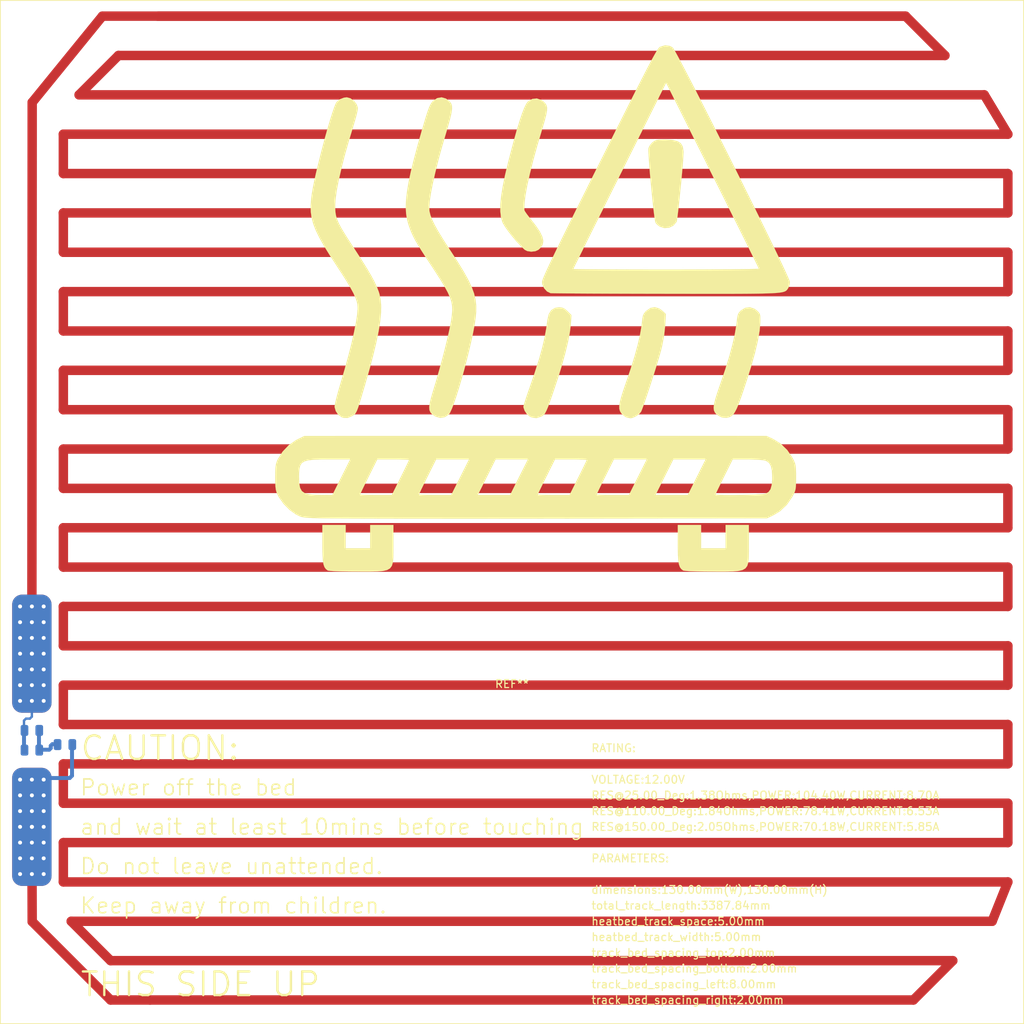
<source format=kicad_pcb>
(kicad_pcb (version 20171130) (host pcbnew 5.1.5-52549c5~86~ubuntu18.04.1)

  (general
    (thickness 1.6)
    (drawings 0)
    (tracks 0)
    (zones 0)
    (modules 2)
    (nets 1)
  )

  (page A4)
  (layers
    (0 F.Cu signal)
    (31 B.Cu signal)
    (32 B.Adhes user)
    (33 F.Adhes user)
    (34 B.Paste user)
    (35 F.Paste user)
    (36 B.SilkS user)
    (37 F.SilkS user)
    (38 B.Mask user)
    (39 F.Mask user)
    (40 Dwgs.User user)
    (41 Cmts.User user)
    (42 Eco1.User user)
    (43 Eco2.User user)
    (44 Edge.Cuts user)
    (45 Margin user)
    (46 B.CrtYd user)
    (47 F.CrtYd user)
    (48 B.Fab user)
    (49 F.Fab user)
  )

  (setup
    (last_trace_width 0.25)
    (trace_clearance 0.2)
    (zone_clearance 0.508)
    (zone_45_only no)
    (trace_min 0.2)
    (via_size 0.8)
    (via_drill 0.4)
    (via_min_size 0.4)
    (via_min_drill 0.3)
    (uvia_size 0.3)
    (uvia_drill 0.1)
    (uvias_allowed no)
    (uvia_min_size 0.2)
    (uvia_min_drill 0.1)
    (edge_width 0.05)
    (segment_width 0.2)
    (pcb_text_width 0.3)
    (pcb_text_size 1.5 1.5)
    (mod_edge_width 0.12)
    (mod_text_size 1 1)
    (mod_text_width 0.15)
    (pad_size 1.524 1.524)
    (pad_drill 0.762)
    (pad_to_mask_clearance 0.051)
    (solder_mask_min_width 0.25)
    (aux_axis_origin 0 0)
    (visible_elements FFFFFF7F)
    (pcbplotparams
      (layerselection 0x010fc_ffffffff)
      (usegerberextensions false)
      (usegerberattributes false)
      (usegerberadvancedattributes false)
      (creategerberjobfile false)
      (excludeedgelayer true)
      (linewidth 1.000000)
      (plotframeref false)
      (viasonmask false)
      (mode 1)
      (useauxorigin false)
      (hpglpennumber 1)
      (hpglpenspeed 20)
      (hpglpendiameter 15.000000)
      (psnegative false)
      (psa4output false)
      (plotreference true)
      (plotvalue true)
      (plotinvisibletext false)
      (padsonsilk false)
      (subtractmaskfromsilk false)
      (outputformat 1)
      (mirror false)
      (drillshape 1)
      (scaleselection 1)
      (outputdirectory ""))
  )

  (net 0 "")

  (net_class Default "This is the default net class."
    (clearance 0.2)
    (trace_width 0.25)
    (via_dia 0.8)
    (via_drill 0.4)
    (uvia_dia 0.3)
    (uvia_drill 0.1)
  )

  (module heatbed:hot_surcace_icon (layer F.Cu) (tedit 0) (tstamp 5EB9B294)
    (at 91 57)
    (fp_text reference G*** (at 0 0) (layer F.SilkS) hide
      (effects (font (size 1.524 1.524) (thickness 0.3)))
    )
    (fp_text value LOGO (at 0.75 0) (layer F.SilkS) hide
      (effects (font (size 1.524 1.524) (thickness 0.3)))
    )
    (fp_poly (pts (xy 17.349453 -20.275019) (xy 18.000545 -20.127049) (xy 18.439077 -19.856551) (xy 18.693567 -19.443984)
      (xy 18.792539 -18.869809) (xy 18.796285 -18.71753) (xy 18.783513 -18.345453) (xy 18.745809 -17.765769)
      (xy 18.687418 -17.021082) (xy 18.612589 -16.153998) (xy 18.525568 -15.207121) (xy 18.430601 -14.223057)
      (xy 18.331935 -13.24441) (xy 18.233818 -12.313785) (xy 18.140496 -11.473788) (xy 18.056215 -10.767022)
      (xy 17.985223 -10.236093) (xy 17.931765 -9.923607) (xy 17.913794 -9.864106) (xy 17.513229 -9.388892)
      (xy 16.970224 -9.116066) (xy 16.358685 -9.066789) (xy 15.772714 -9.251075) (xy 15.438269 -9.501398)
      (xy 15.227729 -9.759596) (xy 15.173113 -9.976945) (xy 15.101466 -10.43357) (xy 15.016771 -11.087308)
      (xy 14.923012 -11.895997) (xy 14.824175 -12.817474) (xy 14.724244 -13.809576) (xy 14.627202 -14.830141)
      (xy 14.537033 -15.837006) (xy 14.457723 -16.788008) (xy 14.393256 -17.640985) (xy 14.347615 -18.353774)
      (xy 14.324785 -18.884213) (xy 14.328751 -19.190138) (xy 14.333499 -19.222574) (xy 14.494863 -19.568657)
      (xy 14.785935 -19.917383) (xy 14.837868 -19.963408) (xy 15.077561 -20.140815) (xy 15.330049 -20.247557)
      (xy 15.674694 -20.30111) (xy 16.190858 -20.318949) (xy 16.457279 -20.32) (xy 17.349453 -20.275019)) (layer F.SilkS) (width 0.01))
    (fp_poly (pts (xy 0.731761 -25.350177) (xy 0.966577 -25.184519) (xy 1.21552 -24.947564) (xy 1.379862 -24.698242)
      (xy 1.458331 -24.394743) (xy 1.449655 -23.995256) (xy 1.35256 -23.45797) (xy 1.165774 -22.741076)
      (xy 0.888024 -21.802763) (xy 0.860936 -21.713932) (xy 0.240395 -19.621945) (xy -0.286659 -17.718465)
      (xy -0.717658 -16.015154) (xy -1.050033 -14.523674) (xy -1.281215 -13.255686) (xy -1.408635 -12.222853)
      (xy -1.429724 -11.436837) (xy -1.42365 -11.34211) (xy -1.333339 -11.165818) (xy -1.104163 -10.836282)
      (xy -0.779993 -10.415334) (xy -0.668236 -10.277368) (xy 0.049953 -9.357376) (xy 0.559056 -8.593028)
      (xy 0.865919 -7.958245) (xy 0.977391 -7.426952) (xy 0.900319 -6.973072) (xy 0.641552 -6.570529)
      (xy 0.37154 -6.31786) (xy -0.041307 -6.129909) (xy -0.566375 -6.074869) (xy -1.075384 -6.152968)
      (xy -1.388701 -6.314722) (xy -1.862685 -6.760435) (xy -2.394698 -7.330182) (xy -2.937416 -7.965228)
      (xy -3.443511 -8.60684) (xy -3.865658 -9.196287) (xy -4.156531 -9.674833) (xy -4.235585 -9.847794)
      (xy -4.407468 -10.471778) (xy -4.490931 -11.211714) (xy -4.483431 -12.09046) (xy -4.382422 -13.130877)
      (xy -4.185358 -14.355823) (xy -3.889695 -15.788157) (xy -3.492887 -17.45074) (xy -3.30879 -18.171804)
      (xy -2.845417 -19.921057) (xy -2.431252 -21.402976) (xy -2.062974 -22.627519) (xy -1.737261 -23.604643)
      (xy -1.450794 -24.344305) (xy -1.200249 -24.856462) (xy -0.982306 -25.151071) (xy -0.980169 -25.153056)
      (xy -0.441842 -25.477562) (xy 0.149627 -25.543605) (xy 0.731761 -25.350177)) (layer F.SilkS) (width 0.01))
    (fp_poly (pts (xy 17.02562 -32.230229) (xy 17.41641 -32.015517) (xy 17.538975 -31.843088) (xy 17.775525 -31.436843)
      (xy 18.116315 -30.816272) (xy 18.551602 -30.000861) (xy 19.071642 -29.0101) (xy 19.66669 -27.863477)
      (xy 20.327003 -26.58048) (xy 21.042836 -25.180598) (xy 21.804445 -23.683319) (xy 22.602087 -22.108132)
      (xy 23.426018 -20.474524) (xy 24.266493 -18.801985) (xy 25.113768 -17.110002) (xy 25.9581 -15.418064)
      (xy 26.789744 -13.74566) (xy 27.598957 -12.112277) (xy 28.375994 -10.537405) (xy 29.111111 -9.040531)
      (xy 29.794565 -7.641144) (xy 30.416611 -6.358732) (xy 30.967506 -5.212784) (xy 31.437505 -4.222789)
      (xy 31.816864 -3.408233) (xy 32.09584 -2.788607) (xy 32.264687 -2.383397) (xy 32.314444 -2.218892)
      (xy 32.242885 -1.782113) (xy 32.084336 -1.427603) (xy 32.005338 -1.312928) (xy 31.927459 -1.211069)
      (xy 31.834419 -1.121291) (xy 31.70994 -1.042856) (xy 31.537742 -0.975028) (xy 31.301549 -0.917071)
      (xy 30.985081 -0.868248) (xy 30.572059 -0.827822) (xy 30.046205 -0.795058) (xy 29.391241 -0.769218)
      (xy 28.590889 -0.749567) (xy 27.628868 -0.735367) (xy 26.488902 -0.725883) (xy 25.154711 -0.720377)
      (xy 23.610017 -0.718114) (xy 21.838542 -0.718356) (xy 19.824006 -0.720367) (xy 17.550132 -0.723411)
      (xy 16.54981 -0.724772) (xy 14.555214 -0.728003) (xy 12.636988 -0.732204) (xy 10.81438 -0.737273)
      (xy 9.106637 -0.743109) (xy 7.533007 -0.749608) (xy 6.112738 -0.756669) (xy 4.865076 -0.76419)
      (xy 3.809271 -0.772068) (xy 2.964568 -0.780201) (xy 2.350216 -0.788488) (xy 1.985462 -0.796825)
      (xy 1.88916 -0.802595) (xy 1.450959 -1.016217) (xy 1.080699 -1.418326) (xy 0.850076 -1.915214)
      (xy 0.808537 -2.215028) (xy 0.831928 -2.347107) (xy 0.90587 -2.571299) (xy 1.036203 -2.899703)
      (xy 1.228763 -3.34442) (xy 1.472464 -3.880332) (xy 4.797778 -3.880332) (xy 4.935443 -3.86961)
      (xy 5.334656 -3.859385) (xy 5.974741 -3.849781) (xy 6.835025 -3.840923) (xy 7.894833 -3.832932)
      (xy 9.133489 -3.825932) (xy 10.530321 -3.820047) (xy 12.064653 -3.815401) (xy 13.71581 -3.812116)
      (xy 15.463118 -3.810316) (xy 16.580556 -3.81) (xy 18.37667 -3.811236) (xy 20.089236 -3.814822)
      (xy 21.697597 -3.82057) (xy 23.181095 -3.828296) (xy 24.519076 -3.837814) (xy 25.690882 -3.848938)
      (xy 26.675857 -3.861483) (xy 27.453346 -3.875263) (xy 28.00269 -3.890092) (xy 28.303235 -3.905785)
      (xy 28.355569 -3.915833) (xy 28.292613 -4.054598) (xy 28.111899 -4.427909) (xy 27.822228 -5.018059)
      (xy 27.432402 -5.807342) (xy 26.951222 -6.778049) (xy 26.387489 -7.912473) (xy 25.750005 -9.192907)
      (xy 25.04757 -10.601644) (xy 24.288986 -12.120975) (xy 23.483055 -13.733195) (xy 22.638577 -15.420594)
      (xy 22.463899 -15.769393) (xy 16.579994 -27.517118) (xy 10.688886 -15.733891) (xy 9.838081 -14.031399)
      (xy 9.024109 -12.401175) (xy 8.255728 -10.860841) (xy 7.541694 -9.428017) (xy 6.890766 -8.120325)
      (xy 6.311701 -6.955385) (xy 5.813256 -5.950819) (xy 5.40419 -5.124248) (xy 5.093259 -4.493293)
      (xy 4.889221 -4.075575) (xy 4.800833 -3.888715) (xy 4.797778 -3.880332) (xy 1.472464 -3.880332)
      (xy 1.489389 -3.917551) (xy 1.823917 -4.631194) (xy 2.238185 -5.49745) (xy 2.738031 -6.528419)
      (xy 3.329292 -7.736201) (xy 4.017805 -9.132896) (xy 4.809408 -10.730604) (xy 5.709939 -12.541426)
      (xy 6.725236 -14.57746) (xy 7.861134 -16.850807) (xy 8.094554 -17.317534) (xy 9.225208 -19.576892)
      (xy 10.237297 -21.596636) (xy 11.137699 -23.389964) (xy 11.93329 -24.970074) (xy 12.630948 -26.350163)
      (xy 13.237551 -27.54343) (xy 13.759975 -28.563071) (xy 14.205098 -29.422286) (xy 14.579797 -30.134271)
      (xy 14.890949 -30.712225) (xy 15.145431 -31.169345) (xy 15.350121 -31.518829) (xy 15.511896 -31.773874)
      (xy 15.637633 -31.947679) (xy 15.734209 -32.053442) (xy 15.796989 -32.098923) (xy 16.429073 -32.295426)
      (xy 17.02562 -32.230229)) (layer F.SilkS) (width 0.01))
    (fp_poly (pts (xy 27.829979 1.189365) (xy 28.114163 1.400744) (xy 28.345212 1.621087) (xy 28.480762 1.822439)
      (xy 28.544211 2.08576) (xy 28.558957 2.492014) (xy 28.55257 2.917688) (xy 28.464581 3.967972)
      (xy 28.238253 5.26102) (xy 27.873414 6.797578) (xy 27.369888 8.578391) (xy 26.850414 10.230556)
      (xy 26.437011 11.483052) (xy 26.090235 12.492461) (xy 25.795415 13.285957) (xy 25.537881 13.890712)
      (xy 25.302963 14.3339) (xy 25.075991 14.642693) (xy 24.842295 14.844265) (xy 24.587205 14.965788)
      (xy 24.296052 15.034436) (xy 24.253335 15.041112) (xy 23.693416 15.003119) (xy 23.327617 14.830964)
      (xy 23.014212 14.612375) (xy 22.790288 14.381374) (xy 22.657657 14.103734) (xy 22.618129 13.745227)
      (xy 22.673514 13.271624) (xy 22.825624 12.648698) (xy 23.076269 11.842219) (xy 23.42726 10.81796)
      (xy 23.559788 10.442222) (xy 24.116138 8.797159) (xy 24.598744 7.219384) (xy 24.99627 5.751807)
      (xy 25.297381 4.437333) (xy 25.490741 3.318872) (xy 25.530951 2.9808) (xy 25.600317 2.378774)
      (xy 25.678316 1.981965) (xy 25.791809 1.713954) (xy 25.967656 1.498324) (xy 26.0933 1.380955)
      (xy 26.651322 1.046285) (xy 27.244382 0.982561) (xy 27.829979 1.189365)) (layer F.SilkS) (width 0.01))
    (fp_poly (pts (xy 15.725587 1.144133) (xy 16.091766 1.415874) (xy 16.550045 1.843971) (xy 16.467839 3.285597)
      (xy 16.342011 4.475744) (xy 16.103859 5.77621) (xy 15.95085 6.420556) (xy 15.795817 6.986329)
      (xy 15.580742 7.717962) (xy 15.320336 8.570266) (xy 15.029312 9.498051) (xy 14.722381 10.456127)
      (xy 14.414255 11.399304) (xy 14.119646 12.282394) (xy 13.853266 13.060206) (xy 13.629827 13.687551)
      (xy 13.464039 14.119239) (xy 13.394411 14.273045) (xy 13.129846 14.576298) (xy 12.724994 14.860167)
      (xy 12.300233 15.05073) (xy 12.065 15.089417) (xy 11.696417 15.028448) (xy 11.484768 14.96059)
      (xy 11.192824 14.767482) (xy 10.890302 14.462953) (xy 10.873684 14.442172) (xy 10.718509 14.191303)
      (xy 10.634519 13.895502) (xy 10.627535 13.51981) (xy 10.703377 13.02927) (xy 10.867865 12.388924)
      (xy 11.12682 11.563814) (xy 11.486062 10.518981) (xy 11.563163 10.301111) (xy 12.108276 8.695795)
      (xy 12.579627 7.165273) (xy 12.966499 5.750002) (xy 13.25818 4.490443) (xy 13.443955 3.427053)
      (xy 13.490019 3.024737) (xy 13.553147 2.441147) (xy 13.634764 2.05342) (xy 13.765344 1.775452)
      (xy 13.975358 1.521137) (xy 14.048604 1.446389) (xy 14.587488 1.069005) (xy 15.156123 0.968109)
      (xy 15.725587 1.144133)) (layer F.SilkS) (width 0.01))
    (fp_poly (pts (xy 3.385461 1.028599) (xy 3.720405 1.190288) (xy 4.056443 1.488221) (xy 4.556886 1.988664)
      (xy 4.469226 3.223623) (xy 4.350702 4.194132) (xy 4.120996 5.387998) (xy 3.788321 6.772854)
      (xy 3.36089 8.316335) (xy 2.846916 9.986073) (xy 2.447825 11.189854) (xy 2.089141 12.235972)
      (xy 1.803293 13.047658) (xy 1.574517 13.658432) (xy 1.387048 14.101817) (xy 1.225123 14.411332)
      (xy 1.072976 14.620501) (xy 0.914845 14.762843) (xy 0.734964 14.871881) (xy 0.710174 14.884834)
      (xy 0.107303 15.076926) (xy -0.474752 14.998202) (xy -0.73906 14.877995) (xy -1.102391 14.571977)
      (xy -1.398189 14.138106) (xy -1.547058 13.699345) (xy -1.552222 13.618612) (xy -1.506642 13.415249)
      (xy -1.380586 12.996336) (xy -1.190085 12.411529) (xy -0.951169 11.71049) (xy -0.768527 11.190754)
      (xy -0.126482 9.328505) (xy 0.397 7.67906) (xy 0.812029 6.20404) (xy 1.128716 4.865066)
      (xy 1.357173 3.62376) (xy 1.489001 2.621825) (xy 1.65972 1.867609) (xy 1.986928 1.346933)
      (xy 2.473576 1.056532) (xy 2.96659 0.987778) (xy 3.385461 1.028599)) (layer F.SilkS) (width 0.01))
    (fp_poly (pts (xy -11.377896 -25.524542) (xy -10.869676 -25.109543) (xy -10.833416 -25.065984) (xy -10.695592 -24.841541)
      (xy -10.622475 -24.56075) (xy -10.618939 -24.18817) (xy -10.689856 -23.688361) (xy -10.8401 -23.025882)
      (xy -11.074542 -22.165292) (xy -11.369833 -21.16463) (xy -11.894598 -19.369186) (xy -12.354073 -17.684694)
      (xy -12.743505 -16.133527) (xy -13.058142 -14.738054) (xy -13.293231 -13.520649) (xy -13.444019 -12.503681)
      (xy -13.505755 -11.709523) (xy -13.483215 -11.216517) (xy -13.366783 -10.728019) (xy -13.143433 -10.143796)
      (xy -12.80023 -9.439708) (xy -12.324242 -8.591616) (xy -11.702534 -7.575378) (xy -10.922172 -6.366855)
      (xy -10.724602 -6.067778) (xy -9.838058 -4.703524) (xy -9.116568 -3.524584) (xy -8.54745 -2.497047)
      (xy -8.118027 -1.586998) (xy -7.815617 -0.760527) (xy -7.627542 0.01628) (xy -7.541122 0.777336)
      (xy -7.543676 1.556552) (xy -7.607586 2.268866) (xy -7.734524 3.129017) (xy -7.920826 4.135206)
      (xy -8.156608 5.251798) (xy -8.431983 6.443159) (xy -8.737066 7.673655) (xy -9.06197 8.90765)
      (xy -9.39681 10.109512) (xy -9.731699 11.243605) (xy -10.056752 12.274295) (xy -10.362082 13.165948)
      (xy -10.637804 13.882929) (xy -10.874032 14.389605) (xy -11.036452 14.628371) (xy -11.550683 14.959873)
      (xy -12.137934 15.045542) (xy -12.7192 14.876287) (xy -12.796827 14.830964) (xy -13.129884 14.597127)
      (xy -13.360152 14.350717) (xy -13.488768 14.051764) (xy -13.51687 13.6603) (xy -13.445592 13.136356)
      (xy -13.276072 12.439965) (xy -13.009445 11.531157) (xy -12.900657 11.178838) (xy -12.57263 10.08841)
      (xy -12.234302 8.899879) (xy -11.898832 7.665158) (xy -11.579382 6.436159) (xy -11.289109 5.264796)
      (xy -11.041173 4.202982) (xy -10.848735 3.302631) (xy -10.724953 2.615654) (xy -10.717934 2.56818)
      (xy -10.63396 1.908895) (xy -10.596195 1.328874) (xy -10.617926 0.792446) (xy -10.712443 0.263937)
      (xy -10.893033 -0.292325) (xy -11.172985 -0.912011) (xy -11.565588 -1.630794) (xy -12.08413 -2.484347)
      (xy -12.741899 -3.508341) (xy -13.294898 -4.349595) (xy -13.976868 -5.386709) (xy -14.521527 -6.230172)
      (xy -14.950734 -6.91939) (xy -15.286348 -7.493767) (xy -15.550227 -7.992707) (xy -15.764229 -8.455616)
      (xy -15.950213 -8.921898) (xy -16.130036 -9.430958) (xy -16.155512 -9.506536) (xy -16.340295 -10.177839)
      (xy -16.455746 -10.905568) (xy -16.498536 -11.71173) (xy -16.46534 -12.618331) (xy -16.352829 -13.647376)
      (xy -16.157677 -14.820872) (xy -15.876555 -16.160825) (xy -15.506137 -17.68924) (xy -15.043096 -19.428124)
      (xy -14.484103 -21.399484) (xy -14.221836 -22.295556) (xy -13.946093 -23.21323) (xy -13.724688 -23.901577)
      (xy -13.540037 -24.40417) (xy -13.374557 -24.764586) (xy -13.210663 -25.0264) (xy -13.040291 -25.223611)
      (xy -12.513428 -25.585163) (xy -11.942555 -25.684278) (xy -11.377896 -25.524542)) (layer F.SilkS) (width 0.01))
    (fp_poly (pts (xy -23.52274 -25.559736) (xy -23.088561 -25.246865) (xy -22.747773 -24.825491) (xy -22.582544 -24.377496)
      (xy -22.577778 -24.296729) (xy -22.619433 -23.993319) (xy -22.73243 -23.494892) (xy -22.898815 -22.874157)
      (xy -23.072735 -22.292149) (xy -23.693056 -20.250974) (xy -24.227345 -18.362036) (xy -24.671318 -16.643819)
      (xy -25.02069 -15.114807) (xy -25.271178 -13.793487) (xy -25.418497 -12.698343) (xy -25.45922 -11.994444)
      (xy -25.455355 -11.486581) (xy -25.423974 -11.037444) (xy -25.349319 -10.611865) (xy -25.215636 -10.174671)
      (xy -25.007168 -9.690693) (xy -24.70816 -9.124758) (xy -24.302856 -8.441696) (xy -23.7755 -7.606337)
      (xy -23.110336 -6.583508) (xy -22.87364 -6.222791) (xy -22.067893 -4.980264) (xy -21.412796 -3.931458)
      (xy -20.890399 -3.043764) (xy -20.482756 -2.284575) (xy -20.171917 -1.621284) (xy -19.939934 -1.021282)
      (xy -19.841985 -0.714987) (xy -19.690252 -0.02006) (xy -19.621174 0.783606) (xy -19.637803 1.714349)
      (xy -19.743196 2.790508) (xy -19.940407 4.030423) (xy -20.23249 5.452433) (xy -20.622501 7.074878)
      (xy -21.113494 8.916096) (xy -21.708524 10.994427) (xy -21.900249 11.641667) (xy -22.182227 12.583795)
      (xy -22.400988 13.293932) (xy -22.573807 13.810584) (xy -22.717957 14.172261) (xy -22.850713 14.417471)
      (xy -22.989347 14.584721) (xy -23.151134 14.712522) (xy -23.327617 14.82369) (xy -23.866649 15.05561)
      (xy -24.380938 15.045089) (xy -24.639677 14.96059) (xy -25.06479 14.657662) (xy -25.390116 14.189165)
      (xy -25.53877 13.670821) (xy -25.541111 13.603786) (xy -25.500825 13.316018) (xy -25.389233 12.814206)
      (xy -25.220237 12.15336) (xy -25.007737 11.388487) (xy -24.823835 10.765316) (xy -24.282475 8.924285)
      (xy -23.809049 7.205781) (xy -23.408002 5.63035) (xy -23.083781 4.218539) (xy -22.840829 2.990896)
      (xy -22.683594 1.967966) (xy -22.61652 1.170297) (xy -22.637322 0.659244) (xy -22.732075 0.227957)
      (xy -22.902727 -0.256984) (xy -23.165319 -0.825561) (xy -23.535892 -1.507753) (xy -24.03049 -2.333538)
      (xy -24.665153 -3.332897) (xy -25.255271 -4.233333) (xy -26.152036 -5.610714) (xy -26.887591 -6.799649)
      (xy -27.473881 -7.834549) (xy -27.922854 -8.749829) (xy -28.246454 -9.5799) (xy -28.456629 -10.359176)
      (xy -28.565323 -11.122069) (xy -28.584484 -11.902993) (xy -28.526056 -12.73636) (xy -28.439874 -13.407181)
      (xy -28.314496 -14.140172) (xy -28.131824 -15.041052) (xy -27.902109 -16.071597) (xy -27.6356 -17.193583)
      (xy -27.342547 -18.368787) (xy -27.033199 -19.558985) (xy -26.717807 -20.725953) (xy -26.406619 -21.831468)
      (xy -26.109887 -22.837305) (xy -25.837858 -23.705241) (xy -25.600784 -24.397053) (xy -25.408915 -24.874517)
      (xy -25.320043 -25.041766) (xy -24.908764 -25.42853) (xy -24.33069 -25.647709) (xy -23.968138 -25.682222)
      (xy -23.52274 -25.559736)) (layer F.SilkS) (width 0.01))
    (fp_poly (pts (xy 30.116802 17.686523) (xy 31.115826 18.295442) (xy 31.975088 19.130285) (xy 32.612126 20.07276)
      (xy 32.818721 20.466205) (xy 32.955239 20.788165) (xy 33.036179 21.11455) (xy 33.076038 21.521269)
      (xy 33.089314 22.084232) (xy 33.090556 22.577778) (xy 33.086877 23.285307) (xy 33.066176 23.786535)
      (xy 33.013954 24.157371) (xy 32.915715 24.473726) (xy 32.756959 24.811507) (xy 32.612126 25.082796)
      (xy 31.923798 26.085981) (xy 31.062136 26.902149) (xy 30.130018 27.462982) (xy 29.377828 27.807346)
      (xy 2.094747 27.838395) (xy -0.695065 27.841191) (xy -3.429654 27.843191) (xy -6.093891 27.844415)
      (xy -8.67265 27.844884) (xy -11.150806 27.844617) (xy -13.513232 27.843635) (xy -15.744801 27.841958)
      (xy -17.830387 27.839607) (xy -19.754864 27.836601) (xy -21.503106 27.832962) (xy -23.059986 27.828708)
      (xy -24.410378 27.82386) (xy -25.539155 27.818439) (xy -26.431191 27.812465) (xy -27.071361 27.805958)
      (xy -27.444536 27.798938) (xy -27.446111 27.798889) (xy -28.298962 27.770047) (xy -28.924966 27.739089)
      (xy -29.379416 27.697045) (xy -29.717605 27.634948) (xy -29.994825 27.543831) (xy -30.266369 27.414725)
      (xy -30.4586 27.310298) (xy -31.268555 26.736786) (xy -32.01838 25.976926) (xy -32.619154 25.125118)
      (xy -32.752459 24.875072) (xy -32.900795 24.539609) (xy -32.99763 24.206363) (xy -33.053488 23.802491)
      (xy -33.078895 23.25515) (xy -33.084406 22.580324) (xy -30.056667 22.580324) (xy -30.028456 23.359061)
      (xy -29.92021 23.936406) (xy -29.696503 24.341706) (xy -29.321914 24.604306) (xy -28.761017 24.753554)
      (xy -27.978391 24.818797) (xy -27.341109 24.830032) (xy -25.824995 24.835556) (xy -25.79025 24.766167)
      (xy -22.295556 24.766167) (xy -22.162785 24.790888) (xy -21.797818 24.811723) (xy -21.250673 24.826948)
      (xy -20.571368 24.834838) (xy -20.282611 24.835556) (xy -18.269667 24.835556) (xy -18.235058 24.766167)
      (xy -14.816667 24.766167) (xy -14.68383 24.790705) (xy -14.3184 24.811432) (xy -13.769997 24.826664)
      (xy -13.088244 24.834718) (xy -12.771387 24.835556) (xy -10.726107 24.835556) (xy -7.33944 24.835556)
      (xy -3.247218 24.835556) (xy -3.212473 24.766167) (xy 0.282222 24.766167) (xy 0.414993 24.790888)
      (xy 0.77996 24.811723) (xy 1.327104 24.826948) (xy 2.006409 24.834838) (xy 2.295167 24.835556)
      (xy 4.308111 24.835556) (xy 4.34272 24.766167) (xy 7.761111 24.766167) (xy 7.893948 24.790705)
      (xy 8.259378 24.811432) (xy 8.80778 24.826664) (xy 9.489534 24.834718) (xy 9.806391 24.835556)
      (xy 11.851671 24.835556) (xy 15.238338 24.835556) (xy 19.33056 24.835556) (xy 19.365305 24.766167)
      (xy 22.86 24.766167) (xy 22.992924 24.80016) (xy 23.359369 24.823919) (xy 23.910843 24.838113)
      (xy 24.598855 24.843406) (xy 25.374915 24.840465) (xy 26.190531 24.829956) (xy 26.997212 24.812547)
      (xy 27.746468 24.788902) (xy 28.389806 24.759689) (xy 28.878736 24.725573) (xy 29.164767 24.687221)
      (xy 29.19323 24.679146) (xy 29.581329 24.462691) (xy 29.843142 24.104808) (xy 29.995307 23.565008)
      (xy 30.054461 22.802802) (xy 30.056667 22.577778) (xy 30.017742 21.754975) (xy 29.889877 21.164488)
      (xy 29.656435 20.765826) (xy 29.30078 20.518502) (xy 29.19323 20.47641) (xy 28.883023 20.416961)
      (xy 28.361054 20.367902) (xy 27.697728 20.334022) (xy 26.963448 20.320109) (xy 26.893776 20.32)
      (xy 25.043 20.32) (xy 23.9515 22.50839) (xy 23.595587 23.225783) (xy 23.288252 23.852535)
      (xy 23.049924 24.346388) (xy 22.90103 24.66509) (xy 22.86 24.766167) (xy 19.365305 24.766167)
      (xy 21.591662 20.32) (xy 17.49944 20.32) (xy 15.238338 24.835556) (xy 11.851671 24.835556)
      (xy 14.112773 20.32) (xy 9.944111 20.32) (xy 8.852611 22.50839) (xy 8.496698 23.225783)
      (xy 8.189363 23.852535) (xy 7.951035 24.346388) (xy 7.802141 24.66509) (xy 7.761111 24.766167)
      (xy 4.34272 24.766167) (xy 5.399611 22.647166) (xy 5.755524 21.929772) (xy 6.062859 21.303021)
      (xy 6.301187 20.809167) (xy 6.450081 20.490465) (xy 6.491111 20.389388) (xy 6.35834 20.364667)
      (xy 5.993374 20.343832) (xy 5.446229 20.328607) (xy 4.766924 20.320717) (xy 4.478167 20.32)
      (xy 2.465222 20.32) (xy 1.373722 22.50839) (xy 1.017809 23.225783) (xy 0.710475 23.852535)
      (xy 0.472146 24.346388) (xy 0.323252 24.66509) (xy 0.282222 24.766167) (xy -3.212473 24.766167)
      (xy -0.986116 20.32) (xy -5.078338 20.32) (xy -7.33944 24.835556) (xy -10.726107 24.835556)
      (xy -8.465005 20.32) (xy -12.633667 20.32) (xy -13.725167 22.50839) (xy -14.08108 23.225783)
      (xy -14.388414 23.852535) (xy -14.626743 24.346388) (xy -14.775637 24.66509) (xy -14.816667 24.766167)
      (xy -18.235058 24.766167) (xy -17.178167 22.647166) (xy -16.822254 21.929772) (xy -16.514919 21.303021)
      (xy -16.276591 20.809167) (xy -16.127697 20.490465) (xy -16.086667 20.389388) (xy -16.219437 20.364667)
      (xy -16.584404 20.343832) (xy -17.131549 20.328607) (xy -17.810854 20.320717) (xy -18.099611 20.32)
      (xy -20.112556 20.32) (xy -21.204056 22.50839) (xy -21.559969 23.225783) (xy -21.867303 23.852535)
      (xy -22.105631 24.346388) (xy -22.254526 24.66509) (xy -22.295556 24.766167) (xy -25.79025 24.766167)
      (xy -24.694444 22.577778) (xy -23.563894 20.32) (xy -26.179812 20.32) (xy -27.326083 20.326913)
      (xy -28.221206 20.35969) (xy -28.896148 20.436384) (xy -29.381876 20.575051) (xy -29.709357 20.793745)
      (xy -29.909557 21.11052) (xy -30.013444 21.543431) (xy -30.051984 22.110532) (xy -30.056667 22.580324)
      (xy -33.084406 22.580324) (xy -33.084427 22.577778) (xy -33.077459 21.838498) (xy -33.049537 21.308405)
      (xy -32.990136 20.914656) (xy -32.888728 20.584407) (xy -32.752459 20.280483) (xy -32.15383 19.337458)
      (xy -31.367937 18.510211) (xy -30.468975 17.873975) (xy -30.283466 17.776921) (xy -29.399771 17.341879)
      (xy 29.351397 17.336109) (xy 30.116802 17.686523)) (layer F.SilkS) (width 0.01))
    (fp_poly (pts (xy 21.025556 31.608889) (xy 24.13 31.608889) (xy 24.13 28.645556) (xy 27.093333 28.645556)
      (xy 27.093333 31.053721) (xy 27.095135 32.024172) (xy 27.08142 32.797537) (xy 27.023509 33.396114)
      (xy 26.892723 33.842203) (xy 26.660384 34.158104) (xy 26.297811 34.366117) (xy 25.776326 34.488539)
      (xy 25.06725 34.547672) (xy 24.141903 34.565815) (xy 22.971606 34.565266) (xy 22.577778 34.564793)
      (xy 21.43219 34.558734) (xy 20.453668 34.541998) (xy 19.668514 34.515577) (xy 19.103035 34.480464)
      (xy 18.783535 34.437651) (xy 18.732497 34.419806) (xy 18.503061 34.247643) (xy 18.33122 34.00894)
      (xy 18.2092 33.664628) (xy 18.129226 33.175639) (xy 18.083523 32.502903) (xy 18.064318 31.607351)
      (xy 18.062222 31.051452) (xy 18.062222 28.645556) (xy 21.025556 28.645556) (xy 21.025556 31.608889)) (layer F.SilkS) (width 0.01))
    (fp_poly (pts (xy -24.13 31.608889) (xy -21.025556 31.608889) (xy -21.025556 28.645556) (xy -18.062222 28.645556)
      (xy -18.062222 31.053721) (xy -18.060421 32.024172) (xy -18.074136 32.797537) (xy -18.132047 33.396114)
      (xy -18.262832 33.842203) (xy -18.495172 34.158104) (xy -18.857745 34.366117) (xy -19.37923 34.488539)
      (xy -20.088306 34.547672) (xy -21.013653 34.565815) (xy -22.183949 34.565266) (xy -22.577778 34.564793)
      (xy -23.723365 34.558734) (xy -24.701888 34.541998) (xy -25.487041 34.515577) (xy -26.05252 34.480464)
      (xy -26.372021 34.437651) (xy -26.423059 34.419806) (xy -26.652495 34.247643) (xy -26.824336 34.00894)
      (xy -26.946356 33.664628) (xy -27.02633 33.175639) (xy -27.072032 32.502903) (xy -27.091237 31.607351)
      (xy -27.093333 31.051452) (xy -27.093333 28.645556) (xy -24.13 28.645556) (xy -24.13 31.608889)) (layer F.SilkS) (width 0.01))
  )

  (module heatbed:130_130 (layer F.Cu) (tedit 5EB4FE57) (tstamp 5EB9AF91)
    (at 88 84)
    (fp_text reference REF** (at 0 21.844) (layer F.SilkS)
      (effects (font (size 1 1) (thickness 0.15)))
    )
    (fp_text value 130_130_heatbed-route (at 0 19.304) (layer F.Fab)
      (effects (font (size 1 1) (thickness 0.15)))
    )
    (fp_line (start -61 18) (end -60.96 -52.04) (layer F.Cu) (width 1.2))
    (fp_line (start -60.96 -52.04) (end -52.04 -63) (layer F.Cu) (width 1.2))
    (fp_line (start -52.04 -63) (end 50 -63) (layer F.Cu) (width 1.2))
    (fp_line (start 50 -63) (end 55 -58) (layer F.Cu) (width 1.2))
    (fp_line (start -50 -58) (end -55 -53) (layer F.Cu) (width 1.2))
    (fp_line (start 60 -53) (end 63 -48) (layer F.Cu) (width 1.2))
    (fp_line (start -57 -48) (end -57 -43) (layer F.Cu) (width 1.2))
    (fp_line (start 63 -43) (end 63 -38) (layer F.Cu) (width 1.2))
    (fp_line (start -57 -38) (end -57 -33) (layer F.Cu) (width 1.2))
    (fp_line (start 63 -33) (end 63 -28) (layer F.Cu) (width 1.2))
    (fp_line (start -57 -28) (end -57 -23) (layer F.Cu) (width 1.2))
    (fp_line (start 63 -23) (end 63 -18) (layer F.Cu) (width 1.2))
    (fp_line (start -57 -18) (end -57 -13) (layer F.Cu) (width 1.2))
    (fp_line (start 63 -13) (end 63 -8) (layer F.Cu) (width 1.2))
    (fp_line (start -57 -8) (end -57 -3) (layer F.Cu) (width 1.2))
    (fp_line (start 63 -3) (end 63 2) (layer F.Cu) (width 1.2))
    (fp_line (start -57 2) (end -57 7) (layer F.Cu) (width 1.2))
    (fp_line (start 63 7) (end 63 12) (layer F.Cu) (width 1.2))
    (fp_line (start -57 12) (end -57 17) (layer F.Cu) (width 1.2))
    (fp_line (start 63 17) (end 63 22) (layer F.Cu) (width 1.2))
    (fp_line (start -57 22) (end -57 27) (layer F.Cu) (width 1.2))
    (fp_line (start 63 27) (end 63 32) (layer F.Cu) (width 1.2))
    (fp_line (start -57 32) (end -57 37) (layer F.Cu) (width 1.2))
    (fp_line (start 63 37) (end 63 42) (layer F.Cu) (width 1.2))
    (fp_line (start -57 42) (end -57 47) (layer F.Cu) (width 1.2))
    (fp_line (start 63 47) (end 61 52) (layer F.Cu) (width 1.2))
    (fp_line (start -56 52) (end -51 57) (layer F.Cu) (width 1.2))
    (fp_line (start 56 57) (end 51 62) (layer F.Cu) (width 1.2))
    (fp_line (start -45 -63) (end 50 -63) (layer F.Cu) (width 1.2))
    (fp_line (start -50 -58) (end 55 -58) (layer F.Cu) (width 1.2))
    (fp_line (start -55 -53) (end 60 -53) (layer F.Cu) (width 1.2))
    (fp_line (start -57 -48) (end 63 -48) (layer F.Cu) (width 1.2))
    (fp_line (start -57 -43) (end 63 -43) (layer F.Cu) (width 1.2))
    (fp_line (start -57 -38) (end 63 -38) (layer F.Cu) (width 1.2))
    (fp_line (start -57 -33) (end 63 -33) (layer F.Cu) (width 1.2))
    (fp_line (start -57 -28) (end 63 -28) (layer F.Cu) (width 1.2))
    (fp_line (start -57 -23) (end 63 -23) (layer F.Cu) (width 1.2))
    (fp_line (start -57 -18) (end 63 -18) (layer F.Cu) (width 1.2))
    (fp_line (start -57 -13) (end 63 -13) (layer F.Cu) (width 1.2))
    (fp_line (start -57 -8) (end 63 -8) (layer F.Cu) (width 1.2))
    (fp_line (start -57 -3) (end 63 -3) (layer F.Cu) (width 1.2))
    (fp_line (start -57 2) (end 63 2) (layer F.Cu) (width 1.2))
    (fp_line (start -57 7) (end 63 7) (layer F.Cu) (width 1.2))
    (fp_line (start -57 12) (end 63 12) (layer F.Cu) (width 1.2))
    (fp_line (start -57 17) (end 63 17) (layer F.Cu) (width 1.2))
    (fp_line (start -57 22) (end 63 22) (layer F.Cu) (width 1.2))
    (fp_line (start -57 27) (end 63 27) (layer F.Cu) (width 1.2))
    (fp_line (start -57 32) (end 63 32) (layer F.Cu) (width 1.2))
    (fp_line (start -57 37) (end 63 37) (layer F.Cu) (width 1.2))
    (fp_line (start -57 42) (end 63 42) (layer F.Cu) (width 1.2))
    (fp_line (start -57 47) (end 63 47) (layer F.Cu) (width 1.2))
    (fp_line (start -56 52) (end 61 52) (layer F.Cu) (width 1.2))
    (fp_line (start -51 57) (end 56 57) (layer F.Cu) (width 1.2))
    (fp_line (start -46 62) (end 51 62) (layer F.Cu) (width 1.2))
    (fp_line (start -46 62) (end -51 62) (layer F.Cu) (width 1.2))
    (fp_line (start -51 62) (end -60.96 52.04) (layer F.Cu) (width 1.2))
    (fp_line (start -60.96 52.04) (end -61 40) (layer F.Cu) (width 1.2))
    (fp_line (start -65 -65) (end 65 -65) (layer F.SilkS) (width 0.1))
    (fp_line (start 65 -65) (end 65 65) (layer F.SilkS) (width 0.1))
    (fp_line (start 65 65) (end -65 65) (layer F.SilkS) (width 0.1))
    (fp_line (start -65 65) (end -65 -65) (layer F.SilkS) (width 0.1))
    (fp_circle (center -60 -60) (end -62 -60) (layer F.Mask) (width 2))
    (fp_circle (center -60 -60) (end -62 -60) (layer B.Mask) (width 2))
    (fp_circle (center 60 -60) (end 58 -60) (layer F.Mask) (width 2))
    (fp_circle (center 60 -60) (end 58 -60) (layer B.Mask) (width 2))
    (fp_circle (center -60 60) (end -62 60) (layer F.Mask) (width 2))
    (fp_circle (center -60 60) (end -62 60) (layer B.Mask) (width 2))
    (fp_circle (center 60 60) (end 58 60) (layer F.Mask) (width 2))
    (fp_circle (center 60 60) (end 58 60) (layer B.Mask) (width 2))
    (fp_text user RATING: (at 10 30) (layer F.SilkS)
      (effects (font (size 1 1) (thickness 0.15)) (justify left))
    )
    (fp_text user "" (at 10 32) (layer F.SilkS)
      (effects (font (size 1 1) (thickness 0.15)) (justify left))
    )
    (fp_text user VOLTAGE:12.00V (at 10 34) (layer F.SilkS)
      (effects (font (size 1 1) (thickness 0.15)) (justify left))
    )
    (fp_text user RES@25.00_Deg:1.38Ohms,POWER:104.40W,CURRENT:8.70A (at 10 36) (layer F.SilkS)
      (effects (font (size 1 1) (thickness 0.15)) (justify left))
    )
    (fp_text user RES@110.00_Deg:1.84Ohms,POWER:78.41W,CURRENT:6.53A (at 10 38) (layer F.SilkS)
      (effects (font (size 1 1) (thickness 0.15)) (justify left))
    )
    (fp_text user RES@150.00_Deg:2.05Ohms,POWER:70.18W,CURRENT:5.85A (at 10 40) (layer F.SilkS)
      (effects (font (size 1 1) (thickness 0.15)) (justify left))
    )
    (fp_text user "" (at 10 42) (layer F.SilkS)
      (effects (font (size 1 1) (thickness 0.15)) (justify left))
    )
    (fp_text user PARAMETERS: (at 10 44) (layer F.SilkS)
      (effects (font (size 1 1) (thickness 0.15)) (justify left))
    )
    (fp_text user "" (at 10 46) (layer F.SilkS)
      (effects (font (size 1 1) (thickness 0.15)) (justify left))
    )
    (fp_text user "dimensions:130.00mm(W),130.00mm(H)" (at 10 48) (layer F.SilkS)
      (effects (font (size 1 1) (thickness 0.15)) (justify left))
    )
    (fp_text user total_track_length:3387.84mm (at 10 50) (layer F.SilkS)
      (effects (font (size 1 1) (thickness 0.15)) (justify left))
    )
    (fp_text user heatbed_track_space:5.00mm (at 10 52) (layer F.SilkS)
      (effects (font (size 1 1) (thickness 0.15)) (justify left))
    )
    (fp_text user heatbed_track_width:5.00mm (at 10 54) (layer F.SilkS)
      (effects (font (size 1 1) (thickness 0.15)) (justify left))
    )
    (fp_text user track_bed_spacing_top:2.00mm (at 10 56) (layer F.SilkS)
      (effects (font (size 1 1) (thickness 0.15)) (justify left))
    )
    (fp_text user track_bed_spacing_bottom:2.00mm (at 10 58) (layer F.SilkS)
      (effects (font (size 1 1) (thickness 0.15)) (justify left))
    )
    (fp_text user track_bed_spacing_left:8.00mm (at 10 60) (layer F.SilkS)
      (effects (font (size 1 1) (thickness 0.15)) (justify left))
    )
    (fp_text user track_bed_spacing_right:2.00mm (at 10 62) (layer F.SilkS)
      (effects (font (size 1 1) (thickness 0.15)) (justify left))
    )
    (fp_line (start -57 -63) (end 63 -63) (layer Dwgs.User) (width 1))
    (fp_line (start -57 -63) (end -57 63) (layer Dwgs.User) (width 1))
    (fp_line (start 63 -63) (end 63 63) (layer Dwgs.User) (width 1))
    (fp_line (start -57 63) (end 63 63) (layer Dwgs.User) (width 1))
    (fp_text user "THIS SIDE UP" (at -55 60) (layer F.SilkS)
      (effects (font (size 3 3) (thickness 0.3)) (justify left))
    )
    (fp_line (start -62 27.75) (end -62 26.5) (layer B.Cu) (width 0.3))
    (fp_line (start -62 26.5) (end -61.75 26.25) (layer B.Cu) (width 0.3))
    (fp_line (start -61.75 26.25) (end -61.25 26.25) (layer B.Cu) (width 0.3))
    (fp_line (start -61.25 26.25) (end -61 26) (layer B.Cu) (width 0.3))
    (fp_line (start -61 26) (end -61 25) (layer B.Cu) (width 0.3))
    (fp_line (start -62 27.7) (end -62 30.3) (layer B.Cu) (width 0.5))
    (fp_line (start -60.1 27.7) (end -60.1 30.2) (layer B.Cu) (width 0.5))
    (fp_line (start -60.1 30.2) (end -58.8 30.2) (layer B.Cu) (width 0.5))
    (fp_line (start -58.8 30.2) (end -58.6 30) (layer B.Cu) (width 0.5))
    (fp_line (start -58.6 30) (end -58.6 29.7) (layer B.Cu) (width 0.5))
    (fp_line (start -58.6 29.7) (end -58.4 29.5) (layer B.Cu) (width 0.5))
    (fp_line (start -58.4 29.5) (end -57.8 29.5) (layer B.Cu) (width 0.5))
    (fp_line (start -55.9 29.5) (end -55.9 33.5) (layer B.Cu) (width 0.5))
    (fp_line (start -55.9 33.5) (end -56.2 33.8) (layer B.Cu) (width 0.5))
    (fp_line (start -56.2 33.8) (end -59.5 33.8) (layer B.Cu) (width 0.5))
    (fp_text user CAUTION: (at -55 30) (layer F.SilkS)
      (effects (font (size 3 3) (thickness 0.3)) (justify left))
    )
    (fp_text user "Power off the bed" (at -55 35) (layer F.SilkS)
      (effects (font (size 2 2) (thickness 0.2)) (justify left))
    )
    (fp_text user "and wait at least 10mins before touching" (at -55 40) (layer F.SilkS)
      (effects (font (size 2 2) (thickness 0.2)) (justify left))
    )
    (fp_text user "Do not leave unattended." (at -55 45) (layer F.SilkS)
      (effects (font (size 2 2) (thickness 0.2)) (justify left))
    )
    (fp_text user "Keep away from children." (at -55 50) (layer F.SilkS)
      (effects (font (size 2 2) (thickness 0.2)) (justify left))
    )
    (pad "" np_thru_hole circle (at -60 -60) (size 3 3) (drill 3) (layers *.Cu *.Mask))
    (pad "" np_thru_hole circle (at 60 -60) (size 3 3) (drill 3) (layers *.Cu *.Mask))
    (pad "" np_thru_hole circle (at -60 60) (size 3 3) (drill 3) (layers *.Cu *.Mask))
    (pad "" np_thru_hole circle (at 60 60) (size 3 3) (drill 3) (layers *.Cu *.Mask))
    (pad 1 thru_hole roundrect (at -61 18) (size 5 15) (drill 0.5) (layers *.Cu B.Mask) (roundrect_rratio 0.25))
    (pad 1 thru_hole circle (at -62.5 12) (size 1.5 1.5) (drill 0.5) (layers *.Cu B.Mask))
    (pad 1 thru_hole circle (at -62.5 14) (size 1.5 1.5) (drill 0.5) (layers *.Cu B.Mask))
    (pad 1 thru_hole circle (at -62.5 16) (size 1.5 1.5) (drill 0.5) (layers *.Cu B.Mask))
    (pad 1 thru_hole circle (at -62.5 18) (size 1.5 1.5) (drill 0.5) (layers *.Cu B.Mask))
    (pad 1 thru_hole circle (at -62.5 20) (size 1.5 1.5) (drill 0.5) (layers *.Cu B.Mask))
    (pad 1 thru_hole circle (at -62.5 22) (size 1.5 1.5) (drill 0.5) (layers *.Cu B.Mask))
    (pad 1 thru_hole circle (at -62.5 24) (size 1.5 1.5) (drill 0.5) (layers *.Cu B.Mask))
    (pad 1 thru_hole circle (at -61 12) (size 1.5 1.5) (drill 0.5) (layers *.Cu B.Mask))
    (pad 1 thru_hole circle (at -61 14) (size 1.5 1.5) (drill 0.5) (layers *.Cu B.Mask))
    (pad 1 thru_hole circle (at -61 16) (size 1.5 1.5) (drill 0.5) (layers *.Cu B.Mask))
    (pad 1 thru_hole circle (at -61 18) (size 1.5 1.5) (drill 0.5) (layers *.Cu B.Mask))
    (pad 1 thru_hole circle (at -61 20) (size 1.5 1.5) (drill 0.5) (layers *.Cu B.Mask))
    (pad 1 thru_hole circle (at -61 22) (size 1.5 1.5) (drill 0.5) (layers *.Cu B.Mask))
    (pad 1 thru_hole circle (at -61 24) (size 1.5 1.5) (drill 0.5) (layers *.Cu B.Mask))
    (pad 1 thru_hole circle (at -59.5 12) (size 1.5 1.5) (drill 0.5) (layers *.Cu B.Mask))
    (pad 1 thru_hole circle (at -59.5 14) (size 1.5 1.5) (drill 0.5) (layers *.Cu B.Mask))
    (pad 1 thru_hole circle (at -59.5 16) (size 1.5 1.5) (drill 0.5) (layers *.Cu B.Mask))
    (pad 1 thru_hole circle (at -59.5 18) (size 1.5 1.5) (drill 0.5) (layers *.Cu B.Mask))
    (pad 1 thru_hole circle (at -59.5 20) (size 1.5 1.5) (drill 0.5) (layers *.Cu B.Mask))
    (pad 1 thru_hole circle (at -59.5 22) (size 1.5 1.5) (drill 0.5) (layers *.Cu B.Mask))
    (pad 1 thru_hole circle (at -59.5 24) (size 1.5 1.5) (drill 0.5) (layers *.Cu B.Mask))
    (pad 2 thru_hole roundrect (at -61 40) (size 5 15) (drill 0.5) (layers *.Cu B.Mask) (roundrect_rratio 0.25))
    (pad 2 thru_hole circle (at -62.5 34) (size 1.5 1.5) (drill 0.5) (layers *.Cu B.Mask))
    (pad 2 thru_hole circle (at -62.5 36) (size 1.5 1.5) (drill 0.5) (layers *.Cu B.Mask))
    (pad 2 thru_hole circle (at -62.5 38) (size 1.5 1.5) (drill 0.5) (layers *.Cu B.Mask))
    (pad 2 thru_hole circle (at -62.5 40) (size 1.5 1.5) (drill 0.5) (layers *.Cu B.Mask))
    (pad 2 thru_hole circle (at -62.5 42) (size 1.5 1.5) (drill 0.5) (layers *.Cu B.Mask))
    (pad 2 thru_hole circle (at -62.5 44) (size 1.5 1.5) (drill 0.5) (layers *.Cu B.Mask))
    (pad 2 thru_hole circle (at -62.5 46) (size 1.5 1.5) (drill 0.5) (layers *.Cu B.Mask))
    (pad 2 thru_hole circle (at -61 34) (size 1.5 1.5) (drill 0.5) (layers *.Cu B.Mask))
    (pad 2 thru_hole circle (at -61 36) (size 1.5 1.5) (drill 0.5) (layers *.Cu B.Mask))
    (pad 2 thru_hole circle (at -61 38) (size 1.5 1.5) (drill 0.5) (layers *.Cu B.Mask))
    (pad 2 thru_hole circle (at -61 40) (size 1.5 1.5) (drill 0.5) (layers *.Cu B.Mask))
    (pad 2 thru_hole circle (at -61 42) (size 1.5 1.5) (drill 0.5) (layers *.Cu B.Mask))
    (pad 2 thru_hole circle (at -61 44) (size 1.5 1.5) (drill 0.5) (layers *.Cu B.Mask))
    (pad 2 thru_hole circle (at -61 46) (size 1.5 1.5) (drill 0.5) (layers *.Cu B.Mask))
    (pad 2 thru_hole circle (at -59.5 34) (size 1.5 1.5) (drill 0.5) (layers *.Cu B.Mask))
    (pad 2 thru_hole circle (at -59.5 36) (size 1.5 1.5) (drill 0.5) (layers *.Cu B.Mask))
    (pad 2 thru_hole circle (at -59.5 38) (size 1.5 1.5) (drill 0.5) (layers *.Cu B.Mask))
    (pad 2 thru_hole circle (at -59.5 40) (size 1.5 1.5) (drill 0.5) (layers *.Cu B.Mask))
    (pad 2 thru_hole circle (at -59.5 42) (size 1.5 1.5) (drill 0.5) (layers *.Cu B.Mask))
    (pad 2 thru_hole circle (at -59.5 44) (size 1.5 1.5) (drill 0.5) (layers *.Cu B.Mask))
    (pad 2 thru_hole circle (at -59.5 46) (size 1.5 1.5) (drill 0.5) (layers *.Cu B.Mask))
    (pad 1 smd roundrect (at -61.9375 27.75) (size 0.975 1.4) (layers B.Cu B.Mask) (roundrect_rratio 0.25))
    (pad R1 smd roundrect (at -60.0625 27.75) (size 0.975 1.4) (layers B.Cu B.Mask) (roundrect_rratio 0.25))
    (pad R1 smd roundrect (at -57.7375 29.55 180) (size 0.975 1.4) (layers B.Cu B.Mask) (roundrect_rratio 0.25))
    (pad 2 smd roundrect (at -55.8625 29.55 180) (size 0.975 1.4) (layers B.Cu B.Mask) (roundrect_rratio 0.25))
    (pad 1 smd roundrect (at -61.9375 30.25 180) (size 0.975 1.4) (layers B.Cu B.Mask) (roundrect_rratio 0.25))
    (pad R1 smd roundrect (at -60.0625 30.25 180) (size 0.975 1.4) (layers B.Cu B.Mask) (roundrect_rratio 0.25))
  )

)

</source>
